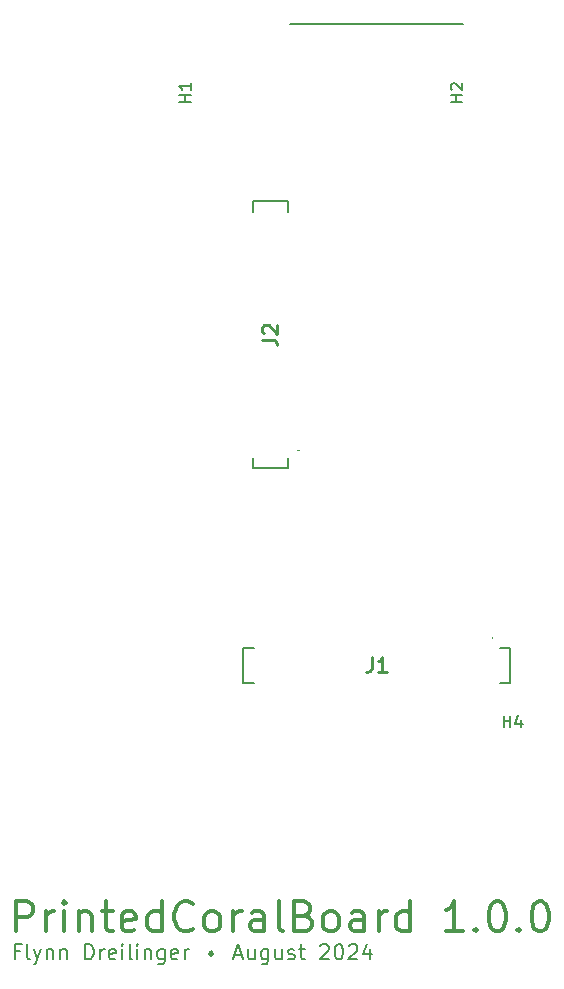
<source format=gbr>
%TF.GenerationSoftware,KiCad,Pcbnew,8.0.4*%
%TF.CreationDate,2024-08-06T12:26:23-05:00*%
%TF.ProjectId,PrintedCoralBoard,5072696e-7465-4644-936f-72616c426f61,rev?*%
%TF.SameCoordinates,Original*%
%TF.FileFunction,Legend,Top*%
%TF.FilePolarity,Positive*%
%FSLAX46Y46*%
G04 Gerber Fmt 4.6, Leading zero omitted, Abs format (unit mm)*
G04 Created by KiCad (PCBNEW 8.0.4) date 2024-08-06 12:26:23*
%MOMM*%
%LPD*%
G01*
G04 APERTURE LIST*
%ADD10C,0.130000*%
%ADD11C,0.300000*%
%ADD12C,0.200000*%
%ADD13C,0.150000*%
%ADD14C,0.254000*%
%ADD15C,0.100000*%
G04 APERTURE END LIST*
D10*
X52310000Y0D02*
X37710000Y0D01*
D11*
X14462129Y-76813552D02*
X14462129Y-74273552D01*
X14462129Y-74273552D02*
X15429748Y-74273552D01*
X15429748Y-74273552D02*
X15671653Y-74394504D01*
X15671653Y-74394504D02*
X15792606Y-74515457D01*
X15792606Y-74515457D02*
X15913558Y-74757361D01*
X15913558Y-74757361D02*
X15913558Y-75120219D01*
X15913558Y-75120219D02*
X15792606Y-75362123D01*
X15792606Y-75362123D02*
X15671653Y-75483076D01*
X15671653Y-75483076D02*
X15429748Y-75604028D01*
X15429748Y-75604028D02*
X14462129Y-75604028D01*
X17002129Y-76813552D02*
X17002129Y-75120219D01*
X17002129Y-75604028D02*
X17123082Y-75362123D01*
X17123082Y-75362123D02*
X17244034Y-75241171D01*
X17244034Y-75241171D02*
X17485939Y-75120219D01*
X17485939Y-75120219D02*
X17727844Y-75120219D01*
X18574510Y-76813552D02*
X18574510Y-75120219D01*
X18574510Y-74273552D02*
X18453558Y-74394504D01*
X18453558Y-74394504D02*
X18574510Y-74515457D01*
X18574510Y-74515457D02*
X18695463Y-74394504D01*
X18695463Y-74394504D02*
X18574510Y-74273552D01*
X18574510Y-74273552D02*
X18574510Y-74515457D01*
X19784034Y-75120219D02*
X19784034Y-76813552D01*
X19784034Y-75362123D02*
X19904987Y-75241171D01*
X19904987Y-75241171D02*
X20146892Y-75120219D01*
X20146892Y-75120219D02*
X20509749Y-75120219D01*
X20509749Y-75120219D02*
X20751653Y-75241171D01*
X20751653Y-75241171D02*
X20872606Y-75483076D01*
X20872606Y-75483076D02*
X20872606Y-76813552D01*
X21719272Y-75120219D02*
X22686891Y-75120219D01*
X22082129Y-74273552D02*
X22082129Y-76450695D01*
X22082129Y-76450695D02*
X22203082Y-76692600D01*
X22203082Y-76692600D02*
X22444987Y-76813552D01*
X22444987Y-76813552D02*
X22686891Y-76813552D01*
X24501177Y-76692600D02*
X24259273Y-76813552D01*
X24259273Y-76813552D02*
X23775463Y-76813552D01*
X23775463Y-76813552D02*
X23533558Y-76692600D01*
X23533558Y-76692600D02*
X23412606Y-76450695D01*
X23412606Y-76450695D02*
X23412606Y-75483076D01*
X23412606Y-75483076D02*
X23533558Y-75241171D01*
X23533558Y-75241171D02*
X23775463Y-75120219D01*
X23775463Y-75120219D02*
X24259273Y-75120219D01*
X24259273Y-75120219D02*
X24501177Y-75241171D01*
X24501177Y-75241171D02*
X24622130Y-75483076D01*
X24622130Y-75483076D02*
X24622130Y-75724980D01*
X24622130Y-75724980D02*
X23412606Y-75966885D01*
X26799273Y-76813552D02*
X26799273Y-74273552D01*
X26799273Y-76692600D02*
X26557368Y-76813552D01*
X26557368Y-76813552D02*
X26073559Y-76813552D01*
X26073559Y-76813552D02*
X25831654Y-76692600D01*
X25831654Y-76692600D02*
X25710701Y-76571647D01*
X25710701Y-76571647D02*
X25589749Y-76329742D01*
X25589749Y-76329742D02*
X25589749Y-75604028D01*
X25589749Y-75604028D02*
X25710701Y-75362123D01*
X25710701Y-75362123D02*
X25831654Y-75241171D01*
X25831654Y-75241171D02*
X26073559Y-75120219D01*
X26073559Y-75120219D02*
X26557368Y-75120219D01*
X26557368Y-75120219D02*
X26799273Y-75241171D01*
X29460225Y-76571647D02*
X29339273Y-76692600D01*
X29339273Y-76692600D02*
X28976415Y-76813552D01*
X28976415Y-76813552D02*
X28734511Y-76813552D01*
X28734511Y-76813552D02*
X28371654Y-76692600D01*
X28371654Y-76692600D02*
X28129749Y-76450695D01*
X28129749Y-76450695D02*
X28008796Y-76208790D01*
X28008796Y-76208790D02*
X27887844Y-75724980D01*
X27887844Y-75724980D02*
X27887844Y-75362123D01*
X27887844Y-75362123D02*
X28008796Y-74878314D01*
X28008796Y-74878314D02*
X28129749Y-74636409D01*
X28129749Y-74636409D02*
X28371654Y-74394504D01*
X28371654Y-74394504D02*
X28734511Y-74273552D01*
X28734511Y-74273552D02*
X28976415Y-74273552D01*
X28976415Y-74273552D02*
X29339273Y-74394504D01*
X29339273Y-74394504D02*
X29460225Y-74515457D01*
X30911654Y-76813552D02*
X30669749Y-76692600D01*
X30669749Y-76692600D02*
X30548796Y-76571647D01*
X30548796Y-76571647D02*
X30427844Y-76329742D01*
X30427844Y-76329742D02*
X30427844Y-75604028D01*
X30427844Y-75604028D02*
X30548796Y-75362123D01*
X30548796Y-75362123D02*
X30669749Y-75241171D01*
X30669749Y-75241171D02*
X30911654Y-75120219D01*
X30911654Y-75120219D02*
X31274511Y-75120219D01*
X31274511Y-75120219D02*
X31516415Y-75241171D01*
X31516415Y-75241171D02*
X31637368Y-75362123D01*
X31637368Y-75362123D02*
X31758320Y-75604028D01*
X31758320Y-75604028D02*
X31758320Y-76329742D01*
X31758320Y-76329742D02*
X31637368Y-76571647D01*
X31637368Y-76571647D02*
X31516415Y-76692600D01*
X31516415Y-76692600D02*
X31274511Y-76813552D01*
X31274511Y-76813552D02*
X30911654Y-76813552D01*
X32846891Y-76813552D02*
X32846891Y-75120219D01*
X32846891Y-75604028D02*
X32967844Y-75362123D01*
X32967844Y-75362123D02*
X33088796Y-75241171D01*
X33088796Y-75241171D02*
X33330701Y-75120219D01*
X33330701Y-75120219D02*
X33572606Y-75120219D01*
X35507844Y-76813552D02*
X35507844Y-75483076D01*
X35507844Y-75483076D02*
X35386891Y-75241171D01*
X35386891Y-75241171D02*
X35144987Y-75120219D01*
X35144987Y-75120219D02*
X34661177Y-75120219D01*
X34661177Y-75120219D02*
X34419272Y-75241171D01*
X35507844Y-76692600D02*
X35265939Y-76813552D01*
X35265939Y-76813552D02*
X34661177Y-76813552D01*
X34661177Y-76813552D02*
X34419272Y-76692600D01*
X34419272Y-76692600D02*
X34298320Y-76450695D01*
X34298320Y-76450695D02*
X34298320Y-76208790D01*
X34298320Y-76208790D02*
X34419272Y-75966885D01*
X34419272Y-75966885D02*
X34661177Y-75845933D01*
X34661177Y-75845933D02*
X35265939Y-75845933D01*
X35265939Y-75845933D02*
X35507844Y-75724980D01*
X37080225Y-76813552D02*
X36838320Y-76692600D01*
X36838320Y-76692600D02*
X36717367Y-76450695D01*
X36717367Y-76450695D02*
X36717367Y-74273552D01*
X38894510Y-75483076D02*
X39257367Y-75604028D01*
X39257367Y-75604028D02*
X39378320Y-75724980D01*
X39378320Y-75724980D02*
X39499272Y-75966885D01*
X39499272Y-75966885D02*
X39499272Y-76329742D01*
X39499272Y-76329742D02*
X39378320Y-76571647D01*
X39378320Y-76571647D02*
X39257367Y-76692600D01*
X39257367Y-76692600D02*
X39015462Y-76813552D01*
X39015462Y-76813552D02*
X38047843Y-76813552D01*
X38047843Y-76813552D02*
X38047843Y-74273552D01*
X38047843Y-74273552D02*
X38894510Y-74273552D01*
X38894510Y-74273552D02*
X39136415Y-74394504D01*
X39136415Y-74394504D02*
X39257367Y-74515457D01*
X39257367Y-74515457D02*
X39378320Y-74757361D01*
X39378320Y-74757361D02*
X39378320Y-74999266D01*
X39378320Y-74999266D02*
X39257367Y-75241171D01*
X39257367Y-75241171D02*
X39136415Y-75362123D01*
X39136415Y-75362123D02*
X38894510Y-75483076D01*
X38894510Y-75483076D02*
X38047843Y-75483076D01*
X40950701Y-76813552D02*
X40708796Y-76692600D01*
X40708796Y-76692600D02*
X40587843Y-76571647D01*
X40587843Y-76571647D02*
X40466891Y-76329742D01*
X40466891Y-76329742D02*
X40466891Y-75604028D01*
X40466891Y-75604028D02*
X40587843Y-75362123D01*
X40587843Y-75362123D02*
X40708796Y-75241171D01*
X40708796Y-75241171D02*
X40950701Y-75120219D01*
X40950701Y-75120219D02*
X41313558Y-75120219D01*
X41313558Y-75120219D02*
X41555462Y-75241171D01*
X41555462Y-75241171D02*
X41676415Y-75362123D01*
X41676415Y-75362123D02*
X41797367Y-75604028D01*
X41797367Y-75604028D02*
X41797367Y-76329742D01*
X41797367Y-76329742D02*
X41676415Y-76571647D01*
X41676415Y-76571647D02*
X41555462Y-76692600D01*
X41555462Y-76692600D02*
X41313558Y-76813552D01*
X41313558Y-76813552D02*
X40950701Y-76813552D01*
X43974510Y-76813552D02*
X43974510Y-75483076D01*
X43974510Y-75483076D02*
X43853557Y-75241171D01*
X43853557Y-75241171D02*
X43611653Y-75120219D01*
X43611653Y-75120219D02*
X43127843Y-75120219D01*
X43127843Y-75120219D02*
X42885938Y-75241171D01*
X43974510Y-76692600D02*
X43732605Y-76813552D01*
X43732605Y-76813552D02*
X43127843Y-76813552D01*
X43127843Y-76813552D02*
X42885938Y-76692600D01*
X42885938Y-76692600D02*
X42764986Y-76450695D01*
X42764986Y-76450695D02*
X42764986Y-76208790D01*
X42764986Y-76208790D02*
X42885938Y-75966885D01*
X42885938Y-75966885D02*
X43127843Y-75845933D01*
X43127843Y-75845933D02*
X43732605Y-75845933D01*
X43732605Y-75845933D02*
X43974510Y-75724980D01*
X45184033Y-76813552D02*
X45184033Y-75120219D01*
X45184033Y-75604028D02*
X45304986Y-75362123D01*
X45304986Y-75362123D02*
X45425938Y-75241171D01*
X45425938Y-75241171D02*
X45667843Y-75120219D01*
X45667843Y-75120219D02*
X45909748Y-75120219D01*
X47844986Y-76813552D02*
X47844986Y-74273552D01*
X47844986Y-76692600D02*
X47603081Y-76813552D01*
X47603081Y-76813552D02*
X47119272Y-76813552D01*
X47119272Y-76813552D02*
X46877367Y-76692600D01*
X46877367Y-76692600D02*
X46756414Y-76571647D01*
X46756414Y-76571647D02*
X46635462Y-76329742D01*
X46635462Y-76329742D02*
X46635462Y-75604028D01*
X46635462Y-75604028D02*
X46756414Y-75362123D01*
X46756414Y-75362123D02*
X46877367Y-75241171D01*
X46877367Y-75241171D02*
X47119272Y-75120219D01*
X47119272Y-75120219D02*
X47603081Y-75120219D01*
X47603081Y-75120219D02*
X47844986Y-75241171D01*
X52320224Y-76813552D02*
X50868795Y-76813552D01*
X51594509Y-76813552D02*
X51594509Y-74273552D01*
X51594509Y-74273552D02*
X51352605Y-74636409D01*
X51352605Y-74636409D02*
X51110700Y-74878314D01*
X51110700Y-74878314D02*
X50868795Y-74999266D01*
X53408795Y-76571647D02*
X53529748Y-76692600D01*
X53529748Y-76692600D02*
X53408795Y-76813552D01*
X53408795Y-76813552D02*
X53287843Y-76692600D01*
X53287843Y-76692600D02*
X53408795Y-76571647D01*
X53408795Y-76571647D02*
X53408795Y-76813552D01*
X55102129Y-74273552D02*
X55344034Y-74273552D01*
X55344034Y-74273552D02*
X55585938Y-74394504D01*
X55585938Y-74394504D02*
X55706891Y-74515457D01*
X55706891Y-74515457D02*
X55827843Y-74757361D01*
X55827843Y-74757361D02*
X55948796Y-75241171D01*
X55948796Y-75241171D02*
X55948796Y-75845933D01*
X55948796Y-75845933D02*
X55827843Y-76329742D01*
X55827843Y-76329742D02*
X55706891Y-76571647D01*
X55706891Y-76571647D02*
X55585938Y-76692600D01*
X55585938Y-76692600D02*
X55344034Y-76813552D01*
X55344034Y-76813552D02*
X55102129Y-76813552D01*
X55102129Y-76813552D02*
X54860224Y-76692600D01*
X54860224Y-76692600D02*
X54739272Y-76571647D01*
X54739272Y-76571647D02*
X54618319Y-76329742D01*
X54618319Y-76329742D02*
X54497367Y-75845933D01*
X54497367Y-75845933D02*
X54497367Y-75241171D01*
X54497367Y-75241171D02*
X54618319Y-74757361D01*
X54618319Y-74757361D02*
X54739272Y-74515457D01*
X54739272Y-74515457D02*
X54860224Y-74394504D01*
X54860224Y-74394504D02*
X55102129Y-74273552D01*
X57037367Y-76571647D02*
X57158320Y-76692600D01*
X57158320Y-76692600D02*
X57037367Y-76813552D01*
X57037367Y-76813552D02*
X56916415Y-76692600D01*
X56916415Y-76692600D02*
X57037367Y-76571647D01*
X57037367Y-76571647D02*
X57037367Y-76813552D01*
X58730701Y-74273552D02*
X58972606Y-74273552D01*
X58972606Y-74273552D02*
X59214510Y-74394504D01*
X59214510Y-74394504D02*
X59335463Y-74515457D01*
X59335463Y-74515457D02*
X59456415Y-74757361D01*
X59456415Y-74757361D02*
X59577368Y-75241171D01*
X59577368Y-75241171D02*
X59577368Y-75845933D01*
X59577368Y-75845933D02*
X59456415Y-76329742D01*
X59456415Y-76329742D02*
X59335463Y-76571647D01*
X59335463Y-76571647D02*
X59214510Y-76692600D01*
X59214510Y-76692600D02*
X58972606Y-76813552D01*
X58972606Y-76813552D02*
X58730701Y-76813552D01*
X58730701Y-76813552D02*
X58488796Y-76692600D01*
X58488796Y-76692600D02*
X58367844Y-76571647D01*
X58367844Y-76571647D02*
X58246891Y-76329742D01*
X58246891Y-76329742D02*
X58125939Y-75845933D01*
X58125939Y-75845933D02*
X58125939Y-75241171D01*
X58125939Y-75241171D02*
X58246891Y-74757361D01*
X58246891Y-74757361D02*
X58367844Y-74515457D01*
X58367844Y-74515457D02*
X58488796Y-74394504D01*
X58488796Y-74394504D02*
X58730701Y-74273552D01*
D12*
X14777292Y-78508938D02*
X14353958Y-78508938D01*
X14353958Y-79174176D02*
X14353958Y-77904176D01*
X14353958Y-77904176D02*
X14958720Y-77904176D01*
X15623958Y-79174176D02*
X15503006Y-79113700D01*
X15503006Y-79113700D02*
X15442529Y-78992747D01*
X15442529Y-78992747D02*
X15442529Y-77904176D01*
X15986815Y-78327509D02*
X16289196Y-79174176D01*
X16591577Y-78327509D02*
X16289196Y-79174176D01*
X16289196Y-79174176D02*
X16168244Y-79476557D01*
X16168244Y-79476557D02*
X16107767Y-79537033D01*
X16107767Y-79537033D02*
X15986815Y-79597509D01*
X17075386Y-78327509D02*
X17075386Y-79174176D01*
X17075386Y-78448461D02*
X17135863Y-78387985D01*
X17135863Y-78387985D02*
X17256815Y-78327509D01*
X17256815Y-78327509D02*
X17438244Y-78327509D01*
X17438244Y-78327509D02*
X17559196Y-78387985D01*
X17559196Y-78387985D02*
X17619672Y-78508938D01*
X17619672Y-78508938D02*
X17619672Y-79174176D01*
X18224434Y-78327509D02*
X18224434Y-79174176D01*
X18224434Y-78448461D02*
X18284911Y-78387985D01*
X18284911Y-78387985D02*
X18405863Y-78327509D01*
X18405863Y-78327509D02*
X18587292Y-78327509D01*
X18587292Y-78327509D02*
X18708244Y-78387985D01*
X18708244Y-78387985D02*
X18768720Y-78508938D01*
X18768720Y-78508938D02*
X18768720Y-79174176D01*
X20341101Y-79174176D02*
X20341101Y-77904176D01*
X20341101Y-77904176D02*
X20643482Y-77904176D01*
X20643482Y-77904176D02*
X20824911Y-77964652D01*
X20824911Y-77964652D02*
X20945863Y-78085604D01*
X20945863Y-78085604D02*
X21006340Y-78206557D01*
X21006340Y-78206557D02*
X21066816Y-78448461D01*
X21066816Y-78448461D02*
X21066816Y-78629890D01*
X21066816Y-78629890D02*
X21006340Y-78871795D01*
X21006340Y-78871795D02*
X20945863Y-78992747D01*
X20945863Y-78992747D02*
X20824911Y-79113700D01*
X20824911Y-79113700D02*
X20643482Y-79174176D01*
X20643482Y-79174176D02*
X20341101Y-79174176D01*
X21611101Y-79174176D02*
X21611101Y-78327509D01*
X21611101Y-78569414D02*
X21671578Y-78448461D01*
X21671578Y-78448461D02*
X21732054Y-78387985D01*
X21732054Y-78387985D02*
X21853006Y-78327509D01*
X21853006Y-78327509D02*
X21973959Y-78327509D01*
X22881101Y-79113700D02*
X22760149Y-79174176D01*
X22760149Y-79174176D02*
X22518244Y-79174176D01*
X22518244Y-79174176D02*
X22397291Y-79113700D01*
X22397291Y-79113700D02*
X22336815Y-78992747D01*
X22336815Y-78992747D02*
X22336815Y-78508938D01*
X22336815Y-78508938D02*
X22397291Y-78387985D01*
X22397291Y-78387985D02*
X22518244Y-78327509D01*
X22518244Y-78327509D02*
X22760149Y-78327509D01*
X22760149Y-78327509D02*
X22881101Y-78387985D01*
X22881101Y-78387985D02*
X22941577Y-78508938D01*
X22941577Y-78508938D02*
X22941577Y-78629890D01*
X22941577Y-78629890D02*
X22336815Y-78750842D01*
X23485862Y-79174176D02*
X23485862Y-78327509D01*
X23485862Y-77904176D02*
X23425386Y-77964652D01*
X23425386Y-77964652D02*
X23485862Y-78025128D01*
X23485862Y-78025128D02*
X23546339Y-77964652D01*
X23546339Y-77964652D02*
X23485862Y-77904176D01*
X23485862Y-77904176D02*
X23485862Y-78025128D01*
X24272053Y-79174176D02*
X24151101Y-79113700D01*
X24151101Y-79113700D02*
X24090624Y-78992747D01*
X24090624Y-78992747D02*
X24090624Y-77904176D01*
X24755862Y-79174176D02*
X24755862Y-78327509D01*
X24755862Y-77904176D02*
X24695386Y-77964652D01*
X24695386Y-77964652D02*
X24755862Y-78025128D01*
X24755862Y-78025128D02*
X24816339Y-77964652D01*
X24816339Y-77964652D02*
X24755862Y-77904176D01*
X24755862Y-77904176D02*
X24755862Y-78025128D01*
X25360624Y-78327509D02*
X25360624Y-79174176D01*
X25360624Y-78448461D02*
X25421101Y-78387985D01*
X25421101Y-78387985D02*
X25542053Y-78327509D01*
X25542053Y-78327509D02*
X25723482Y-78327509D01*
X25723482Y-78327509D02*
X25844434Y-78387985D01*
X25844434Y-78387985D02*
X25904910Y-78508938D01*
X25904910Y-78508938D02*
X25904910Y-79174176D01*
X27053958Y-78327509D02*
X27053958Y-79355604D01*
X27053958Y-79355604D02*
X26993482Y-79476557D01*
X26993482Y-79476557D02*
X26933006Y-79537033D01*
X26933006Y-79537033D02*
X26812053Y-79597509D01*
X26812053Y-79597509D02*
X26630625Y-79597509D01*
X26630625Y-79597509D02*
X26509672Y-79537033D01*
X27053958Y-79113700D02*
X26933006Y-79174176D01*
X26933006Y-79174176D02*
X26691101Y-79174176D01*
X26691101Y-79174176D02*
X26570149Y-79113700D01*
X26570149Y-79113700D02*
X26509672Y-79053223D01*
X26509672Y-79053223D02*
X26449196Y-78932271D01*
X26449196Y-78932271D02*
X26449196Y-78569414D01*
X26449196Y-78569414D02*
X26509672Y-78448461D01*
X26509672Y-78448461D02*
X26570149Y-78387985D01*
X26570149Y-78387985D02*
X26691101Y-78327509D01*
X26691101Y-78327509D02*
X26933006Y-78327509D01*
X26933006Y-78327509D02*
X27053958Y-78387985D01*
X28142530Y-79113700D02*
X28021578Y-79174176D01*
X28021578Y-79174176D02*
X27779673Y-79174176D01*
X27779673Y-79174176D02*
X27658720Y-79113700D01*
X27658720Y-79113700D02*
X27598244Y-78992747D01*
X27598244Y-78992747D02*
X27598244Y-78508938D01*
X27598244Y-78508938D02*
X27658720Y-78387985D01*
X27658720Y-78387985D02*
X27779673Y-78327509D01*
X27779673Y-78327509D02*
X28021578Y-78327509D01*
X28021578Y-78327509D02*
X28142530Y-78387985D01*
X28142530Y-78387985D02*
X28203006Y-78508938D01*
X28203006Y-78508938D02*
X28203006Y-78629890D01*
X28203006Y-78629890D02*
X27598244Y-78750842D01*
X28747291Y-79174176D02*
X28747291Y-78327509D01*
X28747291Y-78569414D02*
X28807768Y-78448461D01*
X28807768Y-78448461D02*
X28868244Y-78387985D01*
X28868244Y-78387985D02*
X28989196Y-78327509D01*
X28989196Y-78327509D02*
X29110149Y-78327509D01*
X30863958Y-78569414D02*
X30863958Y-78811319D01*
X30924434Y-78811319D02*
X30924434Y-78569414D01*
X30984910Y-78508938D02*
X30984910Y-78871795D01*
X31045386Y-78811319D02*
X31045386Y-78569414D01*
X31105862Y-78569414D02*
X31105862Y-78811319D01*
X30863958Y-78750842D02*
X30984910Y-78871795D01*
X30984910Y-78871795D02*
X31105862Y-78750842D01*
X30863958Y-78629890D02*
X30984910Y-78508938D01*
X30984910Y-78508938D02*
X31105862Y-78629890D01*
X30863958Y-78569414D02*
X30984910Y-78508938D01*
X30984910Y-78508938D02*
X31105862Y-78569414D01*
X31105862Y-78569414D02*
X31166339Y-78690366D01*
X31166339Y-78690366D02*
X31105862Y-78811319D01*
X31105862Y-78811319D02*
X30984910Y-78871795D01*
X30984910Y-78871795D02*
X30863958Y-78811319D01*
X30863958Y-78811319D02*
X30803481Y-78690366D01*
X30803481Y-78690366D02*
X30863958Y-78569414D01*
X32980624Y-78811319D02*
X33585386Y-78811319D01*
X32859672Y-79174176D02*
X33283005Y-77904176D01*
X33283005Y-77904176D02*
X33706339Y-79174176D01*
X34673957Y-78327509D02*
X34673957Y-79174176D01*
X34129671Y-78327509D02*
X34129671Y-78992747D01*
X34129671Y-78992747D02*
X34190148Y-79113700D01*
X34190148Y-79113700D02*
X34311100Y-79174176D01*
X34311100Y-79174176D02*
X34492529Y-79174176D01*
X34492529Y-79174176D02*
X34613481Y-79113700D01*
X34613481Y-79113700D02*
X34673957Y-79053223D01*
X35823005Y-78327509D02*
X35823005Y-79355604D01*
X35823005Y-79355604D02*
X35762529Y-79476557D01*
X35762529Y-79476557D02*
X35702053Y-79537033D01*
X35702053Y-79537033D02*
X35581100Y-79597509D01*
X35581100Y-79597509D02*
X35399672Y-79597509D01*
X35399672Y-79597509D02*
X35278719Y-79537033D01*
X35823005Y-79113700D02*
X35702053Y-79174176D01*
X35702053Y-79174176D02*
X35460148Y-79174176D01*
X35460148Y-79174176D02*
X35339196Y-79113700D01*
X35339196Y-79113700D02*
X35278719Y-79053223D01*
X35278719Y-79053223D02*
X35218243Y-78932271D01*
X35218243Y-78932271D02*
X35218243Y-78569414D01*
X35218243Y-78569414D02*
X35278719Y-78448461D01*
X35278719Y-78448461D02*
X35339196Y-78387985D01*
X35339196Y-78387985D02*
X35460148Y-78327509D01*
X35460148Y-78327509D02*
X35702053Y-78327509D01*
X35702053Y-78327509D02*
X35823005Y-78387985D01*
X36972053Y-78327509D02*
X36972053Y-79174176D01*
X36427767Y-78327509D02*
X36427767Y-78992747D01*
X36427767Y-78992747D02*
X36488244Y-79113700D01*
X36488244Y-79113700D02*
X36609196Y-79174176D01*
X36609196Y-79174176D02*
X36790625Y-79174176D01*
X36790625Y-79174176D02*
X36911577Y-79113700D01*
X36911577Y-79113700D02*
X36972053Y-79053223D01*
X37516339Y-79113700D02*
X37637292Y-79174176D01*
X37637292Y-79174176D02*
X37879196Y-79174176D01*
X37879196Y-79174176D02*
X38000149Y-79113700D01*
X38000149Y-79113700D02*
X38060625Y-78992747D01*
X38060625Y-78992747D02*
X38060625Y-78932271D01*
X38060625Y-78932271D02*
X38000149Y-78811319D01*
X38000149Y-78811319D02*
X37879196Y-78750842D01*
X37879196Y-78750842D02*
X37697768Y-78750842D01*
X37697768Y-78750842D02*
X37576815Y-78690366D01*
X37576815Y-78690366D02*
X37516339Y-78569414D01*
X37516339Y-78569414D02*
X37516339Y-78508938D01*
X37516339Y-78508938D02*
X37576815Y-78387985D01*
X37576815Y-78387985D02*
X37697768Y-78327509D01*
X37697768Y-78327509D02*
X37879196Y-78327509D01*
X37879196Y-78327509D02*
X38000149Y-78387985D01*
X38423482Y-78327509D02*
X38907291Y-78327509D01*
X38604910Y-77904176D02*
X38604910Y-78992747D01*
X38604910Y-78992747D02*
X38665387Y-79113700D01*
X38665387Y-79113700D02*
X38786339Y-79174176D01*
X38786339Y-79174176D02*
X38907291Y-79174176D01*
X40237767Y-78025128D02*
X40298243Y-77964652D01*
X40298243Y-77964652D02*
X40419196Y-77904176D01*
X40419196Y-77904176D02*
X40721577Y-77904176D01*
X40721577Y-77904176D02*
X40842529Y-77964652D01*
X40842529Y-77964652D02*
X40903005Y-78025128D01*
X40903005Y-78025128D02*
X40963482Y-78146080D01*
X40963482Y-78146080D02*
X40963482Y-78267033D01*
X40963482Y-78267033D02*
X40903005Y-78448461D01*
X40903005Y-78448461D02*
X40177291Y-79174176D01*
X40177291Y-79174176D02*
X40963482Y-79174176D01*
X41749672Y-77904176D02*
X41870625Y-77904176D01*
X41870625Y-77904176D02*
X41991577Y-77964652D01*
X41991577Y-77964652D02*
X42052053Y-78025128D01*
X42052053Y-78025128D02*
X42112529Y-78146080D01*
X42112529Y-78146080D02*
X42173006Y-78387985D01*
X42173006Y-78387985D02*
X42173006Y-78690366D01*
X42173006Y-78690366D02*
X42112529Y-78932271D01*
X42112529Y-78932271D02*
X42052053Y-79053223D01*
X42052053Y-79053223D02*
X41991577Y-79113700D01*
X41991577Y-79113700D02*
X41870625Y-79174176D01*
X41870625Y-79174176D02*
X41749672Y-79174176D01*
X41749672Y-79174176D02*
X41628720Y-79113700D01*
X41628720Y-79113700D02*
X41568244Y-79053223D01*
X41568244Y-79053223D02*
X41507767Y-78932271D01*
X41507767Y-78932271D02*
X41447291Y-78690366D01*
X41447291Y-78690366D02*
X41447291Y-78387985D01*
X41447291Y-78387985D02*
X41507767Y-78146080D01*
X41507767Y-78146080D02*
X41568244Y-78025128D01*
X41568244Y-78025128D02*
X41628720Y-77964652D01*
X41628720Y-77964652D02*
X41749672Y-77904176D01*
X42656815Y-78025128D02*
X42717291Y-77964652D01*
X42717291Y-77964652D02*
X42838244Y-77904176D01*
X42838244Y-77904176D02*
X43140625Y-77904176D01*
X43140625Y-77904176D02*
X43261577Y-77964652D01*
X43261577Y-77964652D02*
X43322053Y-78025128D01*
X43322053Y-78025128D02*
X43382530Y-78146080D01*
X43382530Y-78146080D02*
X43382530Y-78267033D01*
X43382530Y-78267033D02*
X43322053Y-78448461D01*
X43322053Y-78448461D02*
X42596339Y-79174176D01*
X42596339Y-79174176D02*
X43382530Y-79174176D01*
X44471101Y-78327509D02*
X44471101Y-79174176D01*
X44168720Y-77843700D02*
X43866339Y-78750842D01*
X43866339Y-78750842D02*
X44652530Y-78750842D01*
D13*
X52264819Y-6557404D02*
X51264819Y-6557404D01*
X51741009Y-6557404D02*
X51741009Y-5985976D01*
X52264819Y-5985976D02*
X51264819Y-5985976D01*
X51360057Y-5557404D02*
X51312438Y-5509785D01*
X51312438Y-5509785D02*
X51264819Y-5414547D01*
X51264819Y-5414547D02*
X51264819Y-5176452D01*
X51264819Y-5176452D02*
X51312438Y-5081214D01*
X51312438Y-5081214D02*
X51360057Y-5033595D01*
X51360057Y-5033595D02*
X51455295Y-4985976D01*
X51455295Y-4985976D02*
X51550533Y-4985976D01*
X51550533Y-4985976D02*
X51693390Y-5033595D01*
X51693390Y-5033595D02*
X52264819Y-5605023D01*
X52264819Y-5605023D02*
X52264819Y-4985976D01*
D14*
X44586667Y-53599818D02*
X44586667Y-54506961D01*
X44586667Y-54506961D02*
X44526190Y-54688389D01*
X44526190Y-54688389D02*
X44405238Y-54809342D01*
X44405238Y-54809342D02*
X44223809Y-54869818D01*
X44223809Y-54869818D02*
X44102857Y-54869818D01*
X45856667Y-54869818D02*
X45130952Y-54869818D01*
X45493809Y-54869818D02*
X45493809Y-53599818D01*
X45493809Y-53599818D02*
X45372857Y-53781246D01*
X45372857Y-53781246D02*
X45251905Y-53902199D01*
X45251905Y-53902199D02*
X45130952Y-53962675D01*
D13*
X55748095Y-59550319D02*
X55748095Y-58550319D01*
X55748095Y-59026509D02*
X56319523Y-59026509D01*
X56319523Y-59550319D02*
X56319523Y-58550319D01*
X57224285Y-58883652D02*
X57224285Y-59550319D01*
X56986190Y-58502700D02*
X56748095Y-59216985D01*
X56748095Y-59216985D02*
X57367142Y-59216985D01*
D14*
X35314318Y-26718832D02*
X36221461Y-26718832D01*
X36221461Y-26718832D02*
X36402889Y-26779309D01*
X36402889Y-26779309D02*
X36523842Y-26900261D01*
X36523842Y-26900261D02*
X36584318Y-27081690D01*
X36584318Y-27081690D02*
X36584318Y-27202642D01*
X35435270Y-26174547D02*
X35374794Y-26114071D01*
X35374794Y-26114071D02*
X35314318Y-25993118D01*
X35314318Y-25993118D02*
X35314318Y-25690737D01*
X35314318Y-25690737D02*
X35374794Y-25569785D01*
X35374794Y-25569785D02*
X35435270Y-25509309D01*
X35435270Y-25509309D02*
X35556222Y-25448832D01*
X35556222Y-25448832D02*
X35677175Y-25448832D01*
X35677175Y-25448832D02*
X35858603Y-25509309D01*
X35858603Y-25509309D02*
X36584318Y-26235023D01*
X36584318Y-26235023D02*
X36584318Y-25448832D01*
D13*
X29264819Y-6557404D02*
X28264819Y-6557404D01*
X28741009Y-6557404D02*
X28741009Y-5985976D01*
X29264819Y-5985976D02*
X28264819Y-5985976D01*
X29264819Y-4985976D02*
X29264819Y-5557404D01*
X29264819Y-5271690D02*
X28264819Y-5271690D01*
X28264819Y-5271690D02*
X28407676Y-5366928D01*
X28407676Y-5366928D02*
X28502914Y-5462166D01*
X28502914Y-5462166D02*
X28550533Y-5557404D01*
D12*
%TO.C,J1*%
X33710000Y-52825500D02*
X33710000Y-55765500D01*
X33710000Y-55765500D02*
X34610000Y-55765500D01*
X34610000Y-52825500D02*
X33710000Y-52825500D01*
D15*
X54810000Y-51895500D02*
X54810000Y-51895500D01*
X54810000Y-51995500D02*
X54810000Y-51995500D01*
D12*
X55410000Y-55765500D02*
X56310000Y-55765500D01*
X56310000Y-52825500D02*
X55410000Y-52825500D01*
X56310000Y-55765500D02*
X56310000Y-52825500D01*
D15*
X54810000Y-51895500D02*
G75*
G02*
X54810000Y-51995500I0J-50000D01*
G01*
X54810000Y-51995500D02*
G75*
G02*
X54810000Y-51895500I0J50000D01*
G01*
D12*
%TO.C,J2*%
X34540000Y-14995500D02*
X34540000Y-15895500D01*
X34540000Y-36695500D02*
X34540000Y-37595500D01*
X34540000Y-37595500D02*
X37480000Y-37595500D01*
X37480000Y-14995500D02*
X34540000Y-14995500D01*
X37480000Y-15895500D02*
X37480000Y-14995500D01*
X37480000Y-37595500D02*
X37480000Y-36695500D01*
D15*
X38310000Y-36095500D02*
X38310000Y-36095500D01*
X38410000Y-36095500D02*
X38410000Y-36095500D01*
X38310000Y-36095500D02*
G75*
G02*
X38410000Y-36095500I50000J0D01*
G01*
X38410000Y-36095500D02*
G75*
G02*
X38310000Y-36095500I-50000J0D01*
G01*
%TD*%
M02*

</source>
